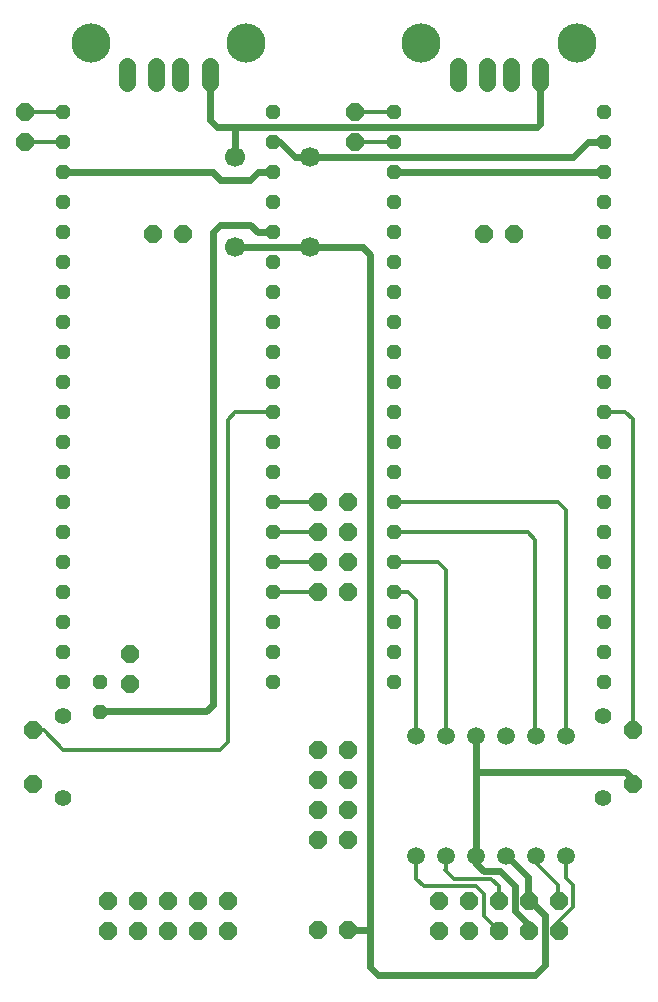
<source format=gbl>
G75*
%MOIN*%
%OFA0B0*%
%FSLAX24Y24*%
%IPPOS*%
%LPD*%
%AMOC8*
5,1,8,0,0,1.08239X$1,22.5*
%
%ADD10OC8,0.0472*%
%ADD11C,0.0591*%
%ADD12OC8,0.0600*%
%ADD13C,0.0560*%
%ADD14OC8,0.0480*%
%ADD15C,0.0561*%
%ADD16C,0.1306*%
%ADD17C,0.0669*%
%ADD18C,0.0240*%
%ADD19C,0.0220*%
%ADD20C,0.0120*%
%ADD21R,0.0354X0.0354*%
D10*
X003162Y012803D03*
X003162Y013803D03*
X003162Y014803D03*
X003162Y015803D03*
X003162Y016803D03*
X003162Y017803D03*
X003162Y018803D03*
X003162Y019803D03*
X003162Y020803D03*
X003162Y021803D03*
X003162Y022803D03*
X003162Y023803D03*
X003162Y024803D03*
X003162Y025803D03*
X003162Y026803D03*
X003162Y027803D03*
X003162Y028803D03*
X003162Y029803D03*
X003162Y030803D03*
X003162Y031803D03*
X010162Y031803D03*
X010162Y030803D03*
X010162Y029803D03*
X010162Y028803D03*
X010162Y027803D03*
X010162Y026803D03*
X010162Y025803D03*
X010162Y024803D03*
X010162Y023803D03*
X010162Y022803D03*
X010162Y021803D03*
X010162Y020803D03*
X010162Y019803D03*
X010162Y018803D03*
X010162Y017803D03*
X010162Y016803D03*
X010162Y015803D03*
X010162Y014803D03*
X010162Y013803D03*
X010162Y012803D03*
X014185Y012803D03*
X014185Y013803D03*
X014185Y014803D03*
X014185Y015803D03*
X014185Y016803D03*
X014185Y017803D03*
X014185Y018803D03*
X014185Y019803D03*
X014185Y020803D03*
X014185Y021803D03*
X014185Y022803D03*
X014185Y023803D03*
X014185Y024803D03*
X014185Y025803D03*
X014185Y026803D03*
X014185Y027803D03*
X014185Y028803D03*
X014185Y029803D03*
X014185Y030803D03*
X014185Y031803D03*
X021185Y031803D03*
X021185Y030803D03*
X021185Y029803D03*
X021185Y028803D03*
X021185Y027803D03*
X021185Y026803D03*
X021185Y025803D03*
X021185Y024803D03*
X021185Y023803D03*
X021185Y022803D03*
X021185Y021803D03*
X021185Y020803D03*
X021185Y019803D03*
X021185Y018803D03*
X021185Y017803D03*
X021185Y016803D03*
X021185Y015803D03*
X021185Y014803D03*
X021185Y013803D03*
X021185Y012803D03*
D11*
X019924Y011000D03*
X018924Y011000D03*
X017924Y011000D03*
X016924Y011000D03*
X015924Y011000D03*
X014924Y011000D03*
X014924Y007000D03*
X015924Y007000D03*
X016924Y007000D03*
X017924Y007000D03*
X018924Y007000D03*
X019924Y007000D03*
D12*
X004662Y004500D03*
X004662Y005500D03*
X005662Y005500D03*
X005662Y004500D03*
X006662Y004500D03*
X006662Y005500D03*
X007662Y005500D03*
X007662Y004500D03*
X008662Y004500D03*
X008662Y005500D03*
X011650Y004553D03*
X012650Y004553D03*
X012650Y007553D03*
X012650Y008553D03*
X012650Y009553D03*
X012650Y010553D03*
X011650Y010553D03*
X011650Y009553D03*
X011650Y008553D03*
X011650Y007553D03*
X015685Y005500D03*
X015685Y004500D03*
X016685Y004500D03*
X016685Y005500D03*
X017685Y005500D03*
X017685Y004500D03*
X018685Y004500D03*
X018685Y005500D03*
X019685Y005500D03*
X019685Y004500D03*
X022140Y009413D03*
X022140Y011193D03*
X012650Y015803D03*
X012650Y016803D03*
X012650Y017803D03*
X012650Y018803D03*
X011650Y018803D03*
X011650Y017803D03*
X011650Y016803D03*
X011650Y015803D03*
X005376Y013750D03*
X005376Y012750D03*
X002160Y011193D03*
X002160Y009413D03*
X006162Y027750D03*
X007162Y027750D03*
X001900Y030803D03*
X001900Y031803D03*
X012900Y031803D03*
X012900Y030803D03*
X017185Y027750D03*
X018185Y027750D03*
D13*
X021160Y011683D03*
X021160Y008923D03*
X003140Y008923D03*
X003140Y011683D03*
D14*
X004400Y011803D03*
X004400Y012803D03*
D15*
X005284Y032761D02*
X005284Y033322D01*
X006268Y033322D02*
X006268Y032761D01*
X007056Y032761D02*
X007056Y033322D01*
X008040Y033322D02*
X008040Y032761D01*
X016307Y032761D02*
X016307Y033322D01*
X017292Y033322D02*
X017292Y032761D01*
X018079Y032761D02*
X018079Y033322D01*
X019063Y033322D02*
X019063Y032761D01*
D16*
X020272Y034108D03*
X020272Y034108D03*
X015099Y034108D03*
X015099Y034108D03*
X009248Y034108D03*
X009248Y034108D03*
X004075Y034108D03*
X004075Y034108D03*
D17*
X008900Y030303D03*
X008900Y027303D03*
X011400Y027303D03*
X011400Y030303D03*
D18*
X010900Y030303D01*
X010400Y030803D01*
X010162Y030803D01*
X010162Y029803D02*
X009650Y029803D01*
X009400Y029553D01*
X008400Y029553D01*
X008150Y029803D01*
X003162Y029803D01*
X008040Y031553D02*
X008040Y033041D01*
X008040Y031553D02*
X008290Y031303D01*
X008900Y031303D01*
X008892Y031295D01*
X008892Y031303D01*
X008900Y030303D01*
X008900Y031303D02*
X018961Y031303D01*
X019063Y031406D01*
X019063Y033041D01*
X020650Y030803D02*
X021185Y030803D01*
X021185Y030839D01*
X020650Y030803D02*
X020150Y030303D01*
X011400Y030303D01*
X010162Y027803D02*
X009650Y027803D01*
X009400Y028053D01*
X008400Y028053D01*
X008150Y027803D01*
X008150Y012053D01*
X007930Y011833D01*
X004400Y011833D01*
X012650Y004553D02*
X013400Y004553D01*
X013400Y027053D01*
X013150Y027303D01*
X011400Y027303D01*
X008900Y027303D01*
X014185Y029803D02*
X021185Y029803D01*
X016924Y011000D02*
X016924Y009803D01*
X021900Y009803D01*
X022140Y009563D01*
X022140Y009413D01*
X018703Y005500D02*
X019213Y005053D01*
X018685Y004738D02*
X018685Y004500D01*
X018685Y004738D02*
X018652Y004738D01*
X018213Y005178D01*
X018650Y005535D02*
X018685Y005500D01*
X018703Y005500D01*
X018650Y005535D02*
X018650Y006303D01*
X017953Y007000D01*
X017924Y007000D01*
X017703Y006500D02*
X018213Y005991D01*
X017703Y006500D02*
X017174Y006500D01*
X016924Y006750D01*
X016924Y007000D01*
X016924Y009803D01*
X013400Y004553D02*
X013400Y003303D01*
X013650Y003053D01*
X018900Y003053D01*
X019213Y003366D01*
D19*
X019213Y005053D01*
X018213Y005178D02*
X018213Y005991D01*
D20*
X017685Y005988D02*
X017685Y005500D01*
X017685Y005988D02*
X017424Y006250D01*
X016174Y006250D01*
X015900Y006553D01*
X015924Y006577D01*
X015924Y007000D01*
X015174Y006000D02*
X014924Y006250D01*
X014924Y007000D01*
X015174Y006000D02*
X016924Y006000D01*
X017174Y005750D01*
X017174Y005000D01*
X017674Y004500D01*
X017685Y004500D01*
X019650Y006053D02*
X018924Y006780D01*
X018924Y007000D01*
X019650Y006053D02*
X019650Y005535D01*
X019685Y005500D01*
X020150Y005303D02*
X019650Y004803D01*
X019650Y004535D01*
X019685Y004500D01*
X020150Y005303D02*
X020150Y006053D01*
X019924Y006280D01*
X019924Y007000D01*
X019924Y011000D02*
X019924Y018530D01*
X019650Y018803D01*
X014185Y018803D01*
X014185Y017803D02*
X018650Y017803D01*
X018900Y017553D01*
X018900Y011024D01*
X018924Y011000D01*
X015924Y011000D02*
X015924Y016530D01*
X015650Y016803D01*
X014185Y016803D01*
X014185Y015803D02*
X014650Y015803D01*
X014924Y015530D01*
X014924Y011000D01*
X011650Y015803D02*
X010162Y015803D01*
X010162Y016803D02*
X011650Y016803D01*
X011650Y017803D02*
X010162Y017803D01*
X010162Y018803D02*
X011650Y018803D01*
X010162Y021803D02*
X008900Y021803D01*
X008650Y021553D01*
X008650Y010803D01*
X008400Y010553D01*
X003150Y010553D01*
X002510Y011193D01*
X002160Y011193D01*
X001900Y030803D02*
X003162Y030803D01*
X003162Y031803D02*
X001900Y031803D01*
X012900Y031803D02*
X014185Y031803D01*
X014185Y030803D02*
X012900Y030803D01*
X021185Y021803D02*
X021900Y021803D01*
X022140Y021563D01*
X022140Y011193D01*
D21*
X004400Y011833D03*
M02*

</source>
